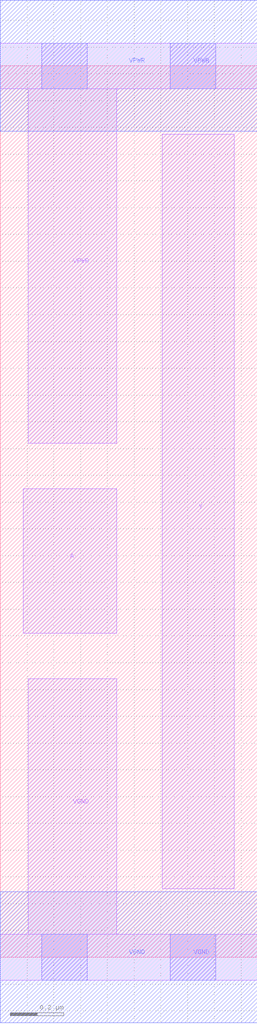
<source format=lef>
# Copyright 2020 The SkyWater PDK Authors
#
# Licensed under the Apache License, Version 2.0 (the "License");
# you may not use this file except in compliance with the License.
# You may obtain a copy of the License at
#
#     https://www.apache.org/licenses/LICENSE-2.0
#
# Unless required by applicable law or agreed to in writing, software
# distributed under the License is distributed on an "AS IS" BASIS,
# WITHOUT WARRANTIES OR CONDITIONS OF ANY KIND, either express or implied.
# See the License for the specific language governing permissions and
# limitations under the License.
#
# SPDX-License-Identifier: Apache-2.0

VERSION 5.7 ;
  NAMESCASESENSITIVE ON ;
  NOWIREEXTENSIONATPIN ON ;
  DIVIDERCHAR "/" ;
  BUSBITCHARS "[]" ;
UNITS
  DATABASE MICRONS 200 ;
END UNITS
MACRO sky130_fd_sc_lp__inv_1
  CLASS CORE ;
  SOURCE USER ;
  FOREIGN sky130_fd_sc_lp__inv_1 ;
  ORIGIN  0.000000  0.000000 ;
  SIZE  0.960000 BY  3.330000 ;
  SYMMETRY X Y R90 ;
  SITE unit ;
  PIN A
    ANTENNAGATEAREA  0.315000 ;
    DIRECTION INPUT ;
    USE SIGNAL ;
    PORT
      LAYER li1 ;
        RECT 0.085000 1.210000 0.435000 1.750000 ;
    END
  END A
  PIN Y
    ANTENNADIFFAREA  0.556500 ;
    DIRECTION OUTPUT ;
    USE SIGNAL ;
    PORT
      LAYER li1 ;
        RECT 0.605000 0.255000 0.875000 3.075000 ;
    END
  END Y
  PIN VGND
    DIRECTION INOUT ;
    USE GROUND ;
    PORT
      LAYER li1 ;
        RECT 0.000000 -0.085000 0.960000 0.085000 ;
        RECT 0.105000  0.085000 0.435000 1.040000 ;
      LAYER mcon ;
        RECT 0.155000 -0.085000 0.325000 0.085000 ;
        RECT 0.635000 -0.085000 0.805000 0.085000 ;
      LAYER met1 ;
        RECT 0.000000 -0.245000 0.960000 0.245000 ;
    END
  END VGND
  PIN VPWR
    DIRECTION INOUT ;
    USE POWER ;
    PORT
      LAYER li1 ;
        RECT 0.000000 3.245000 0.960000 3.415000 ;
        RECT 0.105000 1.920000 0.435000 3.245000 ;
      LAYER mcon ;
        RECT 0.155000 3.245000 0.325000 3.415000 ;
        RECT 0.635000 3.245000 0.805000 3.415000 ;
      LAYER met1 ;
        RECT 0.000000 3.085000 0.960000 3.575000 ;
    END
  END VPWR
END sky130_fd_sc_lp__inv_1

</source>
